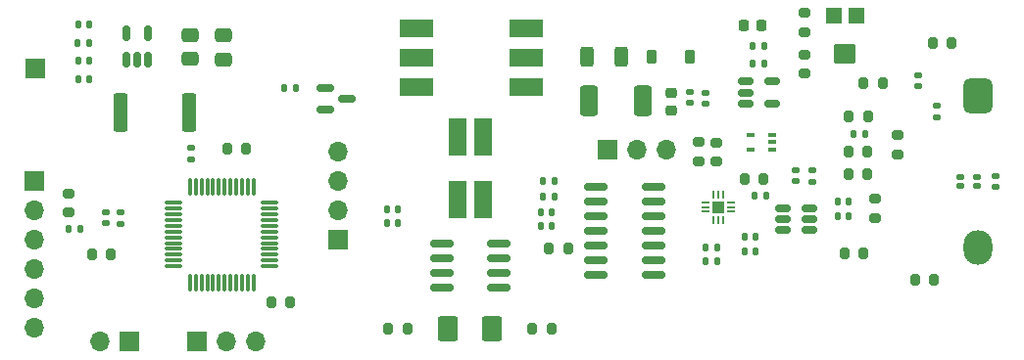
<source format=gbr>
%TF.GenerationSoftware,KiCad,Pcbnew,7.0.11+dfsg-1build4*%
%TF.CreationDate,2025-01-19T09:07:44-05:00*%
%TF.ProjectId,ThermocoupleBoard,54686572-6d6f-4636-9f75-706c65426f61,rev?*%
%TF.SameCoordinates,Original*%
%TF.FileFunction,Soldermask,Top*%
%TF.FilePolarity,Negative*%
%FSLAX46Y46*%
G04 Gerber Fmt 4.6, Leading zero omitted, Abs format (unit mm)*
G04 Created by KiCad (PCBNEW 7.0.11+dfsg-1build4) date 2025-01-19 09:07:44*
%MOMM*%
%LPD*%
G01*
G04 APERTURE LIST*
G04 Aperture macros list*
%AMRoundRect*
0 Rectangle with rounded corners*
0 $1 Rounding radius*
0 $2 $3 $4 $5 $6 $7 $8 $9 X,Y pos of 4 corners*
0 Add a 4 corners polygon primitive as box body*
4,1,4,$2,$3,$4,$5,$6,$7,$8,$9,$2,$3,0*
0 Add four circle primitives for the rounded corners*
1,1,$1+$1,$2,$3*
1,1,$1+$1,$4,$5*
1,1,$1+$1,$6,$7*
1,1,$1+$1,$8,$9*
0 Add four rect primitives between the rounded corners*
20,1,$1+$1,$2,$3,$4,$5,0*
20,1,$1+$1,$4,$5,$6,$7,0*
20,1,$1+$1,$6,$7,$8,$9,0*
20,1,$1+$1,$8,$9,$2,$3,0*%
G04 Aperture macros list end*
%ADD10R,1.700000X1.700000*%
%ADD11O,1.700000X1.700000*%
%ADD12RoundRect,0.140000X-0.140000X-0.170000X0.140000X-0.170000X0.140000X0.170000X-0.140000X0.170000X0*%
%ADD13RoundRect,0.140000X-0.170000X0.140000X-0.170000X-0.140000X0.170000X-0.140000X0.170000X0.140000X0*%
%ADD14RoundRect,0.102000X-0.600000X0.600000X-0.600000X-0.600000X0.600000X-0.600000X0.600000X0.600000X0*%
%ADD15RoundRect,0.102000X-0.800000X0.750000X-0.800000X-0.750000X0.800000X-0.750000X0.800000X0.750000X0*%
%ADD16RoundRect,0.200000X0.200000X0.275000X-0.200000X0.275000X-0.200000X-0.275000X0.200000X-0.275000X0*%
%ADD17RoundRect,0.500000X0.750000X-1.000000X0.750000X1.000000X-0.750000X1.000000X-0.750000X-1.000000X0*%
%ADD18O,2.500000X3.000000*%
%ADD19RoundRect,0.140000X0.140000X0.170000X-0.140000X0.170000X-0.140000X-0.170000X0.140000X-0.170000X0*%
%ADD20RoundRect,0.200000X-0.200000X-0.275000X0.200000X-0.275000X0.200000X0.275000X-0.200000X0.275000X0*%
%ADD21RoundRect,0.075000X-0.662500X-0.075000X0.662500X-0.075000X0.662500X0.075000X-0.662500X0.075000X0*%
%ADD22RoundRect,0.075000X-0.075000X-0.662500X0.075000X-0.662500X0.075000X0.662500X-0.075000X0.662500X0*%
%ADD23RoundRect,0.200000X0.275000X-0.200000X0.275000X0.200000X-0.275000X0.200000X-0.275000X-0.200000X0*%
%ADD24RoundRect,0.150000X-0.587500X-0.150000X0.587500X-0.150000X0.587500X0.150000X-0.587500X0.150000X0*%
%ADD25RoundRect,0.150000X-0.825000X-0.150000X0.825000X-0.150000X0.825000X0.150000X-0.825000X0.150000X0*%
%ADD26O,0.700000X0.200000*%
%ADD27O,0.200000X0.700000*%
%ADD28C,0.600000*%
%ADD29R,1.000000X1.000000*%
%ADD30RoundRect,0.200000X-0.275000X0.200000X-0.275000X-0.200000X0.275000X-0.200000X0.275000X0.200000X0*%
%ADD31RoundRect,0.150000X0.150000X-0.512500X0.150000X0.512500X-0.150000X0.512500X-0.150000X-0.512500X0*%
%ADD32RoundRect,0.250000X0.475000X-0.337500X0.475000X0.337500X-0.475000X0.337500X-0.475000X-0.337500X0*%
%ADD33RoundRect,0.150000X-0.512500X-0.150000X0.512500X-0.150000X0.512500X0.150000X-0.512500X0.150000X0*%
%ADD34RoundRect,0.100000X0.225000X0.100000X-0.225000X0.100000X-0.225000X-0.100000X0.225000X-0.100000X0*%
%ADD35RoundRect,0.135000X-0.135000X-0.185000X0.135000X-0.185000X0.135000X0.185000X-0.135000X0.185000X0*%
%ADD36RoundRect,0.102000X-0.250000X-0.150000X0.250000X-0.150000X0.250000X0.150000X-0.250000X0.150000X0*%
%ADD37RoundRect,0.250000X-0.625000X-0.840000X0.625000X-0.840000X0.625000X0.840000X-0.625000X0.840000X0*%
%ADD38RoundRect,0.250000X-0.312500X-0.625000X0.312500X-0.625000X0.312500X0.625000X-0.312500X0.625000X0*%
%ADD39RoundRect,0.225000X0.225000X0.375000X-0.225000X0.375000X-0.225000X-0.375000X0.225000X-0.375000X0*%
%ADD40R,3.000000X1.500000*%
%ADD41RoundRect,0.135000X-0.185000X0.135000X-0.185000X-0.135000X0.185000X-0.135000X0.185000X0.135000X0*%
%ADD42RoundRect,0.225000X-0.250000X0.225000X-0.250000X-0.225000X0.250000X-0.225000X0.250000X0.225000X0*%
%ADD43RoundRect,0.250000X-0.475000X0.337500X-0.475000X-0.337500X0.475000X-0.337500X0.475000X0.337500X0*%
%ADD44RoundRect,0.140000X0.170000X-0.140000X0.170000X0.140000X-0.170000X0.140000X-0.170000X-0.140000X0*%
%ADD45RoundRect,0.102000X-0.700000X-1.500000X0.700000X-1.500000X0.700000X1.500000X-0.700000X1.500000X0*%
%ADD46RoundRect,0.225000X0.225000X0.250000X-0.225000X0.250000X-0.225000X-0.250000X0.225000X-0.250000X0*%
%ADD47RoundRect,0.249999X0.512501X1.075001X-0.512501X1.075001X-0.512501X-1.075001X0.512501X-1.075001X0*%
%ADD48RoundRect,0.250000X-0.362500X-1.425000X0.362500X-1.425000X0.362500X1.425000X-0.362500X1.425000X0*%
G04 APERTURE END LIST*
D10*
%TO.C,J6*%
X126158000Y-94903000D03*
D11*
X128698000Y-94903000D03*
X131238000Y-94903000D03*
%TD*%
D12*
%TO.C,C21*%
X137964000Y-103634000D03*
X138924000Y-103634000D03*
%TD*%
D13*
%TO.C,C5*%
X133212000Y-89881000D03*
X133212000Y-90841000D03*
%TD*%
D14*
%TO.C,RV1*%
X147659670Y-83305000D03*
D15*
X146659670Y-86555000D03*
D14*
X145659670Y-83305000D03*
%TD*%
D16*
%TO.C,Rz3*%
X94913000Y-94819000D03*
X93263000Y-94819000D03*
%TD*%
D10*
%TO.C,J1*%
X76677000Y-87862000D03*
%TD*%
D12*
%TO.C,C12*%
X80357000Y-85662000D03*
X81317000Y-85662000D03*
%TD*%
D17*
%TO.C,TC1*%
X158174000Y-90220000D03*
D18*
X158174000Y-103320000D03*
%TD*%
D19*
%TO.C,C29*%
X108012000Y-100016000D03*
X107052000Y-100016000D03*
%TD*%
D12*
%TO.C,C8*%
X138701000Y-87381000D03*
X139661000Y-87381000D03*
%TD*%
D20*
%TO.C,R12*%
X146923000Y-95062000D03*
X148573000Y-95062000D03*
%TD*%
D21*
%TO.C,U1*%
X88642500Y-99453000D03*
X88642500Y-99953000D03*
X88642500Y-100453000D03*
X88642500Y-100953000D03*
X88642500Y-101453000D03*
X88642500Y-101953000D03*
X88642500Y-102453000D03*
X88642500Y-102953000D03*
X88642500Y-103453000D03*
X88642500Y-103953000D03*
X88642500Y-104453000D03*
X88642500Y-104953000D03*
D22*
X90055000Y-106365500D03*
X90555000Y-106365500D03*
X91055000Y-106365500D03*
X91555000Y-106365500D03*
X92055000Y-106365500D03*
X92555000Y-106365500D03*
X93055000Y-106365500D03*
X93555000Y-106365500D03*
X94055000Y-106365500D03*
X94555000Y-106365500D03*
X95055000Y-106365500D03*
X95555000Y-106365500D03*
D21*
X96967500Y-104953000D03*
X96967500Y-104453000D03*
X96967500Y-103953000D03*
X96967500Y-103453000D03*
X96967500Y-102953000D03*
X96967500Y-102453000D03*
X96967500Y-101953000D03*
X96967500Y-101453000D03*
X96967500Y-100953000D03*
X96967500Y-100453000D03*
X96967500Y-99953000D03*
X96967500Y-99453000D03*
D22*
X95555000Y-98040500D03*
X95055000Y-98040500D03*
X94555000Y-98040500D03*
X94055000Y-98040500D03*
X93555000Y-98040500D03*
X93055000Y-98040500D03*
X92555000Y-98040500D03*
X92055000Y-98040500D03*
X91555000Y-98040500D03*
X91055000Y-98040500D03*
X90555000Y-98040500D03*
X90055000Y-98040500D03*
%TD*%
D12*
%TO.C,C19*%
X146016000Y-99387000D03*
X146976000Y-99387000D03*
%TD*%
D19*
%TO.C,C10*%
X81368000Y-88781000D03*
X80408000Y-88781000D03*
%TD*%
%TO.C,C27*%
X121347000Y-100267000D03*
X120387000Y-100267000D03*
%TD*%
%TO.C,C14*%
X148373000Y-93539000D03*
X147413000Y-93539000D03*
%TD*%
D23*
%TO.C,R16*%
X134026000Y-95851000D03*
X134026000Y-94201000D03*
%TD*%
D19*
%TO.C,C9*%
X81368000Y-87192000D03*
X80408000Y-87192000D03*
%TD*%
D13*
%TO.C,C35*%
X84017000Y-100323000D03*
X84017000Y-101283000D03*
%TD*%
D24*
%TO.C,Q1*%
X101718500Y-89504000D03*
X101718500Y-91404000D03*
X103593500Y-90454000D03*
%TD*%
D25*
%TO.C,U2*%
X125160000Y-98044000D03*
X125160000Y-99314000D03*
X125160000Y-100584000D03*
X125160000Y-101854000D03*
X125160000Y-103124000D03*
X125160000Y-104394000D03*
X125160000Y-105664000D03*
X130110000Y-105664000D03*
X130110000Y-104394000D03*
X130110000Y-103124000D03*
X130110000Y-101854000D03*
X130110000Y-100584000D03*
X130110000Y-99314000D03*
X130110000Y-98044000D03*
%TD*%
D26*
%TO.C,U8*%
X136802000Y-100237000D03*
X136802000Y-99837000D03*
X136802000Y-99437000D03*
D27*
X136102000Y-98737000D03*
X135702000Y-98737000D03*
X135302000Y-98737000D03*
D26*
X134602000Y-99437000D03*
X134602000Y-99837000D03*
X134602000Y-100237000D03*
D27*
X135302000Y-100937000D03*
X135702000Y-100937000D03*
X136102000Y-100937000D03*
D28*
X135702000Y-99837000D03*
D29*
X135702000Y-99837000D03*
%TD*%
D30*
%TO.C,R8*%
X79610000Y-98656000D03*
X79610000Y-100306000D03*
%TD*%
D16*
%TO.C,R22*%
X154360000Y-106101000D03*
X152710000Y-106101000D03*
%TD*%
D31*
%TO.C,U4*%
X84564000Y-87071500D03*
X85514000Y-87071500D03*
X86464000Y-87071500D03*
X86464000Y-84796500D03*
X84564000Y-84796500D03*
%TD*%
D20*
%TO.C,RX1*%
X107194000Y-110365000D03*
X108844000Y-110365000D03*
%TD*%
D13*
%TO.C,C15*%
X82747000Y-100255000D03*
X82747000Y-101215000D03*
%TD*%
D20*
%TO.C,R13*%
X146996000Y-92007000D03*
X148646000Y-92007000D03*
%TD*%
D10*
%TO.C,J5*%
X102839000Y-102663000D03*
D11*
X102839000Y-100123000D03*
X102839000Y-97583000D03*
X102839000Y-95043000D03*
%TD*%
D10*
%TO.C,J2*%
X76599000Y-97583000D03*
D11*
X76599000Y-100123000D03*
X76599000Y-102663000D03*
X76599000Y-105203000D03*
X76599000Y-107743000D03*
X76599000Y-110283000D03*
%TD*%
D32*
%TO.C,C2*%
X90036000Y-87010500D03*
X90036000Y-84935500D03*
%TD*%
D33*
%TO.C,U5*%
X138097500Y-88974000D03*
X138097500Y-89924000D03*
X138097500Y-90874000D03*
X140372500Y-90874000D03*
X140372500Y-88974000D03*
%TD*%
D34*
%TO.C,U6*%
X140358000Y-94860000D03*
X140358000Y-94210000D03*
X140358000Y-93560000D03*
X138458000Y-93560000D03*
X138458000Y-94860000D03*
%TD*%
D30*
%TO.C,R7*%
X143176000Y-86610000D03*
X143176000Y-88260000D03*
%TD*%
D16*
%TO.C,R6*%
X149897000Y-89093000D03*
X148247000Y-89093000D03*
%TD*%
D35*
%TO.C,R2*%
X98210000Y-89522000D03*
X99230000Y-89522000D03*
%TD*%
D36*
%TO.C,U11*%
X156630000Y-97205000D03*
X156630000Y-98005000D03*
X158030000Y-98005000D03*
X158030000Y-97205000D03*
%TD*%
D37*
%TO.C,TVS1*%
X112339000Y-110386000D03*
X116139000Y-110386000D03*
%TD*%
D23*
%TO.C,R5*%
X151231000Y-95282000D03*
X151231000Y-93632000D03*
%TD*%
%TO.C,R10*%
X149272000Y-100773000D03*
X149272000Y-99123000D03*
%TD*%
D13*
%TO.C,C16*%
X143829000Y-96680000D03*
X143829000Y-97640000D03*
%TD*%
D20*
%TO.C,R21*%
X146614000Y-103845000D03*
X148264000Y-103845000D03*
%TD*%
D19*
%TO.C,C23*%
X135594000Y-104516000D03*
X134634000Y-104516000D03*
%TD*%
D38*
%TO.C,R3*%
X124356500Y-86863000D03*
X127281500Y-86863000D03*
%TD*%
D39*
%TO.C,D2*%
X133206000Y-86816000D03*
X129906000Y-86816000D03*
%TD*%
D40*
%TO.C,U3*%
X119149000Y-89429000D03*
X119149000Y-86889000D03*
X119149000Y-84349000D03*
X109649000Y-84349000D03*
X109649000Y-86889000D03*
X109649000Y-89429000D03*
%TD*%
D12*
%TO.C,C7*%
X138701000Y-85919000D03*
X139661000Y-85919000D03*
%TD*%
D20*
%TO.C,RY1*%
X119640000Y-110353000D03*
X121290000Y-110353000D03*
%TD*%
D19*
%TO.C,C26*%
X121525000Y-97609000D03*
X120565000Y-97609000D03*
%TD*%
D30*
%TO.C,R9*%
X143176000Y-83024000D03*
X143176000Y-84674000D03*
%TD*%
D41*
%TO.C,R20*%
X154600000Y-91045000D03*
X154600000Y-92065000D03*
%TD*%
D19*
%TO.C,C28*%
X121347000Y-101475000D03*
X120387000Y-101475000D03*
%TD*%
D12*
%TO.C,C22*%
X137964000Y-102429000D03*
X138924000Y-102429000D03*
%TD*%
D13*
%TO.C,C6*%
X134609000Y-89946000D03*
X134609000Y-90906000D03*
%TD*%
D10*
%TO.C,J3*%
X84785000Y-111474000D03*
D11*
X82245000Y-111474000D03*
%TD*%
D42*
%TO.C,C3*%
X131673000Y-89962000D03*
X131673000Y-91512000D03*
%TD*%
D43*
%TO.C,C1*%
X92957000Y-84973500D03*
X92957000Y-87048500D03*
%TD*%
D25*
%TO.C,U9*%
X111802000Y-103018000D03*
X111802000Y-104288000D03*
X111802000Y-105558000D03*
X111802000Y-106828000D03*
X116752000Y-106828000D03*
X116752000Y-105558000D03*
X116752000Y-104288000D03*
X116752000Y-103018000D03*
%TD*%
D19*
%TO.C,C30*%
X108012000Y-101224000D03*
X107052000Y-101224000D03*
%TD*%
D16*
%TO.C,R14*%
X139629000Y-97438000D03*
X137979000Y-97438000D03*
%TD*%
D13*
%TO.C,C13*%
X152973000Y-88422000D03*
X152973000Y-89382000D03*
%TD*%
D33*
%TO.C,U7*%
X141272500Y-99949000D03*
X141272500Y-100899000D03*
X141272500Y-101849000D03*
X143547500Y-101849000D03*
X143547500Y-100899000D03*
X143547500Y-99949000D03*
%TD*%
D16*
%TO.C,R11*%
X148573000Y-96997000D03*
X146923000Y-96997000D03*
%TD*%
D12*
%TO.C,C20*%
X138853000Y-98870000D03*
X139813000Y-98870000D03*
%TD*%
D19*
%TO.C,C24*%
X135594000Y-103308000D03*
X134634000Y-103308000D03*
%TD*%
D12*
%TO.C,C11*%
X80408000Y-84020000D03*
X81368000Y-84020000D03*
%TD*%
D20*
%TO.C,R17*%
X121088000Y-103377000D03*
X122738000Y-103377000D03*
%TD*%
D44*
%TO.C,C36*%
X159695000Y-98095000D03*
X159695000Y-97135000D03*
%TD*%
%TO.C,C33*%
X90113000Y-95692000D03*
X90113000Y-94732000D03*
%TD*%
D45*
%TO.C,L1*%
X113219200Y-93753200D03*
X115419200Y-93753200D03*
X115419200Y-99153200D03*
X113219200Y-99153200D03*
%TD*%
D46*
%TO.C,C4*%
X139433000Y-84103000D03*
X137883000Y-84103000D03*
%TD*%
D16*
%TO.C,R4*%
X155866000Y-85597000D03*
X154216000Y-85597000D03*
%TD*%
D12*
%TO.C,C34*%
X79600000Y-101754000D03*
X80560000Y-101754000D03*
%TD*%
D13*
%TO.C,C17*%
X142432000Y-96618000D03*
X142432000Y-97578000D03*
%TD*%
D19*
%TO.C,C25*%
X121525000Y-98941000D03*
X120565000Y-98941000D03*
%TD*%
D47*
%TO.C,D1*%
X129165500Y-90672000D03*
X124490500Y-90672000D03*
%TD*%
D16*
%TO.C,Rz1*%
X83229000Y-103896000D03*
X81579000Y-103896000D03*
%TD*%
D30*
%TO.C,R15*%
X135550000Y-94243000D03*
X135550000Y-95893000D03*
%TD*%
D12*
%TO.C,C18*%
X146016000Y-100592000D03*
X146976000Y-100592000D03*
%TD*%
D48*
%TO.C,R1*%
X84025500Y-91619000D03*
X89950500Y-91619000D03*
%TD*%
D20*
%TO.C,Rz2*%
X97073000Y-108057000D03*
X98723000Y-108057000D03*
%TD*%
D10*
%TO.C,J4*%
X90671000Y-111473000D03*
D11*
X93211000Y-111473000D03*
X95751000Y-111473000D03*
%TD*%
M02*

</source>
